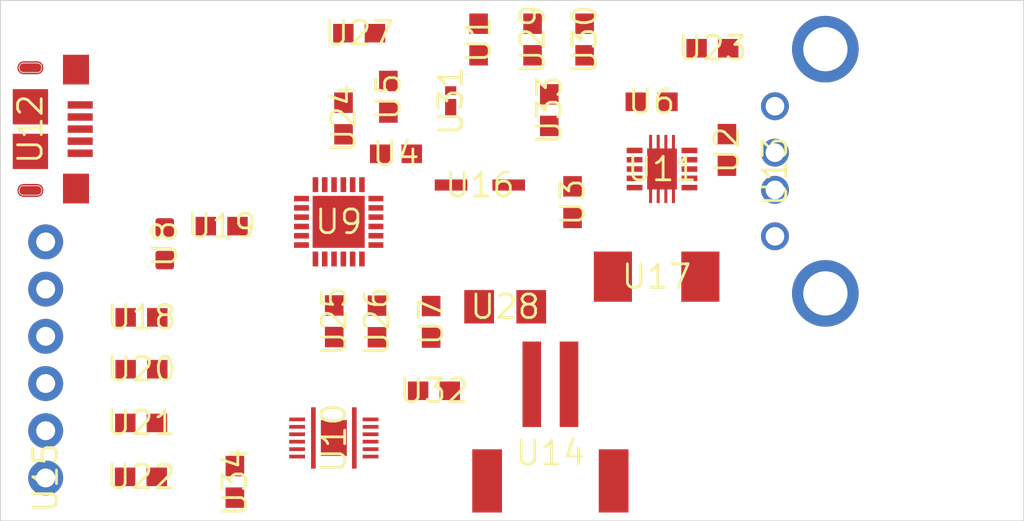
<source format=kicad_pcb>
(kicad_pcb (version 20241229) (generator "pcbnew") (generator_version "9.0")
  (layers (0 "F.Cu" signal "Top") (2 "B.Cu" signal "Bottom") (13 "F.Paste" user) (15 "B.Paste" user) (5 "F.SilkS" user "F.Silkscreen") (7 "B.SilkS" user "B.Silkscreen") (1 "F.Mask" user) (3 "B.Mask" user) (25 "Edge.Cuts" user))
  (net 0 "")
  (net 1 "GND")
  (net 2 "3.3V")
  (net 3 "5V")
  (net 4 "Net-(IC1-Pad24)")
  (net 5 "Net-(C4-Pad1)")
  (net 6 "/REG")
  (net 7 "Net-(C3-Pad2)")
  (net 8 "Net-(C3-Pad1)")
  (net 9 "/VBAT_MAIN")
  (net 10 "/VBAT_CELL")
  (net 11 "Net-(IC1-Pad12)")
  (net 12 "Net-(IC1-Pad11)")
  (net 13 "Net-(IC1-Pad10)")
  (net 14 "Net-(IC1-Pad9)")
  (net 15 "/CHG_INT")
  (net 16 "/SDA")
  (net 17 "/SCL")
  (net 18 "Net-(IC1-Pad4)")
  (net 19 "Net-(IC1-Pad3)")
  (net 20 "Net-(IC1-Pad2)")
  (net 21 "Net-(IC1-Pad1)")
  (net 22 "/FUEL_INT")
  (net 23 "Net-(IC2-Pad11)")
  (net 24 "Net-(IC2-Pad10)")
  (net 25 "Net-(IC2-Pad9)")
  (net 26 "Net-(IC2-Pad6)")
  (net 27 "Net-(C10-Pad1)")
  (net 28 "Net-(IC2-Pad4)")
  (net 29 "Net-(J1-PadID)")
  (net 30 "Net-(J2-Pad3)")
  (net 31 "Net-(J2-Pad2)")
  (net 32 "Net-(J3-PadNC2)")
  (net 33 "Net-(J3-PadNC1)")
  (net 34 "Net-(D2-PadC)")
  (net 35 "Net-(IC3-Pad8)")
  (net 36 "Net-(C7-Pad1)")
  (net 37 "Net-(IC3-Pad5)")
  (net 38 "Net-(IC3-Pad1)")
  (footprint "batteryCharger:0603" (layer "F.Cu") (at 160.0511 99.0436 90)
    (property "Reference" "U2" (at 0 0 90) (layer "F.SilkS") (effects (font (size 1.27 1.27))))
    (property "Value" "" (at 0 0 90) (layer "F.SilkS") (effects (font (size 1.27 1.27))))
    (pad "1" smd rect (at -0.85 0 90) (size 1.1 1) (layers "F.Cu" "F.Mask" "F.Paste") (net 3 "5V"))
    (pad "2" smd rect (at 0.85 0 90) (size 1.1 1) (layers "F.Cu" "F.Mask" "F.Paste") (net 1 "GND"))
  )
  (footprint "batteryCharger:0603" (layer "F.Cu") (at 151.7511 101.8536 -90)
    (property "Reference" "U3" (at 0 0 270) (layer "F.SilkS") (effects (font (size 1.27 1.27))))
    (property "Value" "" (at 0 0 270) (layer "F.SilkS") (effects (font (size 1.27 1.27))))
    (pad "1" smd rect (at -0.85 0 270) (size 1.1 1) (layers "F.Cu" "F.Mask" "F.Paste") (net 9 "/VBAT_MAIN"))
    (pad "2" smd rect (at 0.85 0 270) (size 1.1 1) (layers "F.Cu" "F.Mask" "F.Paste") (net 1 "GND"))
  )
  (footprint "batteryCharger:0603" (layer "F.Cu") (at 142.2611 99.2536 180)
    (property "Reference" "U4" (at 0 0 180) (layer "F.SilkS") (effects (font (size 1.27 1.27))))
    (property "Value" "" (at 0 0 180) (layer "F.SilkS") (effects (font (size 1.27 1.27))))
    (pad "1" smd rect (at -0.85 0 180) (size 1.1 1) (layers "F.Cu" "F.Mask" "F.Paste") (net 8 "Net-(C3-Pad1)"))
    (pad "2" smd rect (at 0.85 0 180) (size 1.1 1) (layers "F.Cu" "F.Mask" "F.Paste") (net 7 "Net-(C3-Pad2)"))
  )
  (footprint "batteryCharger:0603" (layer "F.Cu") (at 141.8511 96.1836 90)
    (property "Reference" "U5" (at 0 0 90) (layer "F.SilkS") (effects (font (size 1.27 1.27))))
    (property "Value" "" (at 0 0 90) (layer "F.SilkS") (effects (font (size 1.27 1.27))))
    (pad "1" smd rect (at -0.85 0 90) (size 1.1 1) (layers "F.Cu" "F.Mask" "F.Paste") (net 6 "/REG"))
    (pad "2" smd rect (at 0.85 0 90) (size 1.1 1) (layers "F.Cu" "F.Mask" "F.Paste") (net 1 "GND"))
  )
  (footprint "batteryCharger:0603" (layer "F.Cu") (at 156.0011 96.4536)
    (property "Reference" "U6" (at 0 0 0) (layer "F.SilkS") (effects (font (size 1.27 1.27))))
    (property "Value" "" (at 0 0 0) (layer "F.SilkS") (effects (font (size 1.27 1.27))))
    (pad "1" smd rect (at -0.85 0) (size 1.1 1) (layers "F.Cu" "F.Mask" "F.Paste") (net 36 "Net-(C7-Pad1)"))
    (pad "2" smd rect (at 0.85 0) (size 1.1 1) (layers "F.Cu" "F.Mask" "F.Paste") (net 1 "GND"))
  )
  (footprint "batteryCharger:0603" (layer "F.Cu") (at 144.1511 108.2936 -90)
    (property "Reference" "U7" (at 0 0 270) (layer "F.SilkS") (effects (font (size 1.27 1.27))))
    (property "Value" "" (at 0 0 270) (layer "F.SilkS") (effects (font (size 1.27 1.27))))
    (pad "1" smd rect (at -0.85 0 270) (size 1.1 1) (layers "F.Cu" "F.Mask" "F.Paste") (net 10 "/VBAT_CELL"))
    (pad "2" smd rect (at 0.85 0 270) (size 1.1 1) (layers "F.Cu" "F.Mask" "F.Paste") (net 1 "GND"))
  )
  (footprint "batteryCharger:LED-0603" (layer "F.Cu") (at 129.8311 104.0936 90)
    (property "Reference" "U8" (at 0 0 90) (layer "F.SilkS") (effects (font (size 1.27 1.27))))
    (property "Value" "" (at 0 0 90) (layer "F.SilkS") (effects (font (size 1.27 1.27))))
    (pad "A" smd roundrect (at -0.877 0) (size 1 1) (layers "F.Cu" "F.Mask" "F.Paste") (roundrect_rratio 0.15) (net 9 "/VBAT_MAIN"))
    (pad "C" smd roundrect (at 0.877 0) (size 1 1) (layers "F.Cu" "F.Mask" "F.Paste") (roundrect_rratio 0.15) (net 34 "Net-(D2-PadC)"))
  )
  (footprint "batteryCharger:QFN50P400X400X100-25N" (layer "F.Cu") (at 139.1811 102.9136)
    (property "Reference" "U9" (at 0 0 0) (layer "F.SilkS") (effects (font (size 1.27 1.27))))
    (property "Value" "" (at 0 0 0) (layer "F.SilkS") (effects (font (size 1.27 1.27))))
    (pad "1" smd rect (at -2 -1.25) (size 0.8 0.3) (layers "F.Cu" "F.Mask" "F.Paste") (net 21 "Net-(IC1-Pad1)"))
    (pad "2" smd rect (at -2 -0.75) (size 0.8 0.3) (layers "F.Cu" "F.Mask" "F.Paste") (net 20 "Net-(IC1-Pad2)"))
    (pad "3" smd rect (at -2 -0.25) (size 0.8 0.3) (layers "F.Cu" "F.Mask" "F.Paste") (net 19 "Net-(IC1-Pad3)"))
    (pad "4" smd rect (at -2 0.25) (size 0.8 0.3) (layers "F.Cu" "F.Mask" "F.Paste") (net 18 "Net-(IC1-Pad4)"))
    (pad "5" smd rect (at -2 0.75) (size 0.8 0.3) (layers "F.Cu" "F.Mask" "F.Paste") (net 17 "/SCL"))
    (pad "6" smd rect (at -2 1.25) (size 0.8 0.3) (layers "F.Cu" "F.Mask" "F.Paste") (net 16 "/SDA"))
    (pad "7" smd rect (at -1.25 2 90) (size 0.8 0.3) (layers "F.Cu" "F.Mask" "F.Paste") (net 15 "/CHG_INT"))
    (pad "8" smd rect (at -0.75 2 90) (size 0.8 0.3) (layers "F.Cu" "F.Mask" "F.Paste") (net 9 "/VBAT_MAIN"))
    (pad "9" smd rect (at -0.25 2 90) (size 0.8 0.3) (layers "F.Cu" "F.Mask" "F.Paste") (net 14 "Net-(IC1-Pad9)"))
    (pad "10" smd rect (at 0.25 2 90) (size 0.8 0.3) (layers "F.Cu" "F.Mask" "F.Paste") (net 13 "Net-(IC1-Pad10)"))
    (pad "11" smd rect (at 0.75 2 90) (size 0.8 0.3) (layers "F.Cu" "F.Mask" "F.Paste") (net 12 "Net-(IC1-Pad11)"))
    (pad "12" smd rect (at 1.25 2 90) (size 0.8 0.3) (layers "F.Cu" "F.Mask" "F.Paste") (net 11 "Net-(IC1-Pad12)"))
    (pad "13" smd rect (at 2 1.25) (size 0.8 0.3) (layers "F.Cu" "F.Mask" "F.Paste") (net 10 "/VBAT_CELL"))
    (pad "14" smd rect (at 2 0.75) (size 0.8 0.3) (layers "F.Cu" "F.Mask" "F.Paste") (net 10 "/VBAT_CELL"))
    (pad "15" smd rect (at 2 0.25) (size 0.8 0.3) (layers "F.Cu" "F.Mask" "F.Paste") (net 9 "/VBAT_MAIN"))
    (pad "16" smd rect (at 2 -0.25) (size 0.8 0.3) (layers "F.Cu" "F.Mask" "F.Paste") (net 9 "/VBAT_MAIN"))
    (pad "17" smd rect (at 2 -0.75) (size 0.8 0.3) (layers "F.Cu" "F.Mask" "F.Paste") (net 1 "GND"))
    (pad "18" smd rect (at 2 -1.25) (size 0.8 0.3) (layers "F.Cu" "F.Mask" "F.Paste") (net 1 "GND"))
    (pad "19" smd rect (at 1.25 -2 90) (size 0.8 0.3) (layers "F.Cu" "F.Mask" "F.Paste") (net 8 "Net-(C3-Pad1)"))
    (pad "20" smd rect (at 0.75 -2 90) (size 0.8 0.3) (layers "F.Cu" "F.Mask" "F.Paste") (net 8 "Net-(C3-Pad1)"))
    (pad "21" smd rect (at 0.25 -2 90) (size 0.8 0.3) (layers "F.Cu" "F.Mask" "F.Paste") (net 7 "Net-(C3-Pad2)"))
    (pad "22" smd rect (at -0.25 -2 90) (size 0.8 0.3) (layers "F.Cu" "F.Mask" "F.Paste") (net 6 "/REG"))
    (pad "23" smd rect (at -0.75 -2 90) (size 0.8 0.3) (layers "F.Cu" "F.Mask" "F.Paste") (net 5 "Net-(C4-Pad1)"))
    (pad "24" smd rect (at -1.25 -2 90) (size 0.8 0.3) (layers "F.Cu" "F.Mask" "F.Paste") (net 4 "Net-(IC1-Pad24)"))
    (pad "25" smd rect (at 0 0 90) (size 2.8 2.8) (layers "F.Cu" "F.Mask" "F.Paste") (net 1 "GND"))
  )
  (footprint "batteryCharger:BQ27441DRZRG1A" (layer "F.Cu") (at 138.9211 114.5436 -90)
    (property "Reference" "U10" (at 0 0 270) (layer "F.SilkS") (effects (font (size 1.27 1.27))))
    (property "Value" "" (at 0 0 270) (layer "F.SilkS") (effects (font (size 1.27 1.27))))
    (pad "1" smd rect (at -1 1.975) (size 0.85 0.2) (layers "F.Cu" "F.Mask" "F.Paste") (net 16 "/SDA"))
    (pad "2" smd rect (at -0.6 1.975) (size 0.85 0.2) (layers "F.Cu" "F.Mask" "F.Paste") (net 17 "/SCL"))
    (pad "3" smd rect (at -0.2 1.975) (size 0.85 0.2) (layers "F.Cu" "F.Mask" "F.Paste") (net 1 "GND"))
    (pad "4" smd rect (at 0.2 1.975) (size 0.85 0.2) (layers "F.Cu" "F.Mask" "F.Paste") (net 28 "Net-(IC2-Pad4)"))
    (pad "5" smd rect (at 0.6 1.975) (size 0.85 0.2) (layers "F.Cu" "F.Mask" "F.Paste") (net 27 "Net-(C10-Pad1)"))
    (pad "6" smd rect (at 1 1.975) (size 0.85 0.2) (layers "F.Cu" "F.Mask" "F.Paste") (net 26 "Net-(IC2-Pad6)"))
    (pad "7" smd rect (at 1 -1.975) (size 0.85 0.2) (layers "F.Cu" "F.Mask" "F.Paste") (net 10 "/VBAT_CELL"))
    (pad "8" smd rect (at 0.6 -1.975) (size 0.85 0.2) (layers "F.Cu" "F.Mask" "F.Paste") (net 26 "Net-(IC2-Pad6)"))
    (pad "9" smd rect (at 0.2 -1.975) (size 0.85 0.2) (layers "F.Cu" "F.Mask" "F.Paste") (net 25 "Net-(IC2-Pad9)"))
    (pad "10" smd rect (at -0.2 -1.975) (size 0.85 0.2) (layers "F.Cu" "F.Mask" "F.Paste") (net 24 "Net-(IC2-Pad10)"))
    (pad "11" smd rect (at -0.6 -1.975) (size 0.85 0.2) (layers "F.Cu" "F.Mask" "F.Paste") (net 23 "Net-(IC2-Pad11)"))
    (pad "12" smd rect (at -1 -1.975) (size 0.85 0.2) (layers "F.Cu" "F.Mask" "F.Paste") (net 22 "/FUEL_INT"))
    (pad "13" smd custom (at 0 0) (size 1.397 1.9304) (layers "F.Cu" "F.Mask" "F.Paste") (net 1 "GND") (options (clearance outline) (anchor rect)) (primitives))
    (pad "14" smd rect (at 0 -1.1 270) (size 3.3 0.25) (layers "F.Cu" "F.Mask" "F.Paste"))
    (pad "15" smd rect (at 0 1.1 270) (size 3.3 0.25) (layers "F.Cu" "F.Mask" "F.Paste"))
  )
  (footprint "batteryCharger:SON50P300X300X100-11N" (layer "F.Cu") (at 156.5611 100.0736 180)
    (property "Reference" "U11" (at 0 0 180) (layer "F.SilkS") (effects (font (size 1.27 1.27))))
    (property "Value" "" (at 0 0 180) (layer "F.SilkS") (effects (font (size 1.27 1.27))))
    (pad "1" smd rect (at -1.475 -1 180) (size 0.85 0.2968) (layers "F.Cu" "F.Mask") (net 38 "Net-(IC3-Pad1)"))
    (pad "2" smd rect (at -1.475 -0.5 180) (size 0.85 0.2968) (layers "F.Cu" "F.Mask") (net 38 "Net-(IC3-Pad1)"))
    (pad "3" smd rect (at -1.475 0 180) (size 0.85 0.2968) (layers "F.Cu" "F.Mask") (net 3 "5V"))
    (pad "4" smd rect (at -1.475 0.5 180) (size 0.85 0.2968) (layers "F.Cu" "F.Mask") (net 3 "5V"))
    (pad "5" smd rect (at -1.475 1 180) (size 0.85 0.2968) (layers "F.Cu" "F.Mask") (net 37 "Net-(IC3-Pad5)"))
    (pad "6" smd rect (at 1.475 1 180) (size 0.85 0.2968) (layers "F.Cu" "F.Mask") (net 36 "Net-(C7-Pad1)"))
    (pad "7" smd rect (at 1.475 0.5 180) (size 0.85 0.2968) (layers "F.Cu" "F.Mask") (net 3 "5V"))
    (pad "8" smd rect (at 1.475 0 180) (size 0.85 0.2968) (layers "F.Cu" "F.Mask") (net 35 "Net-(IC3-Pad8)"))
    (pad "9" smd rect (at 1.475 -0.5 180) (size 0.85 0.2968) (layers "F.Cu" "F.Mask") (net 9 "/VBAT_MAIN"))
    (pad "10" smd rect (at 1.475 -1 180) (size 0.85 0.2968) (layers "F.Cu" "F.Mask") (net 9 "/VBAT_MAIN"))
    (pad "GND@1" smd rect (at -0.615 -1.45 180) (size 0.16 0.762) (layers "F.Cu" "F.Mask" "F.Paste") (net 1 "GND"))
    (pad "GND@2" smd rect (at -0.205 -1.45 180) (size 0.16 0.762) (layers "F.Cu" "F.Mask" "F.Paste") (net 1 "GND"))
    (pad "GND@3" smd rect (at 0.205 -1.45 180) (size 0.16 0.762) (layers "F.Cu" "F.Mask" "F.Paste") (net 1 "GND"))
    (pad "GND@4" smd rect (at 0.615 -1.45 180) (size 0.16 0.762) (layers "F.Cu" "F.Mask" "F.Paste") (net 1 "GND"))
    (pad "GND@5" smd rect (at -0.615 1.455 180) (size 0.16 0.762) (layers "F.Cu" "F.Mask" "F.Paste") (net 1 "GND"))
    (pad "GND@6" smd rect (at -0.205 1.455 180) (size 0.16 0.762) (layers "F.Cu" "F.Mask" "F.Paste") (net 1 "GND"))
    (pad "GND@7" smd rect (at 0.205 1.455 180) (size 0.16 0.762) (layers "F.Cu" "F.Mask" "F.Paste") (net 1 "GND"))
    (pad "GND@8" smd rect (at 0.615 1.455 180) (size 0.16 0.762) (layers "F.Cu" "F.Mask" "F.Paste") (net 1 "GND"))
    (pad "GND@9" smd rect (at 0 0.004 180) (size 1.6 2.2098) (layers "F.Cu" "F.Mask" "F.Paste") (net 1 "GND"))
  )
  (footprint "batteryCharger:10118193-0001LF" (layer "F.Cu") (at 122.6111 97.9236 -90)
    (property "Reference" "U12" (at 0 0 270) (layer "F.SilkS") (effects (font (size 1.27 1.27))))
    (property "Value" "" (at 0 0 270) (layer "F.SilkS") (effects (font (size 1.27 1.27))))
    (fp_poly (pts (xy -3.65 -0.4) (xy -3.65 0.4) (xy -3.593958 0.559151) (xy -3.465849 0.668958) (xy -3.3 0.7) (xy -3.134151 0.668958) (xy -3.006042 0.559151) (xy -2.95 0.4) (xy -2.95 -0.4) (xy -3.006042 -0.559151) (xy -3.134151 -0.668958) (xy -3.3 -0.7) (xy -3.465849 -0.668958) (xy -3.593958 -0.559151)) (fill yes) (layer "F.Cu"))
    (fp_poly (pts (xy 2.95 -0.4) (xy 2.95 0.4) (xy 3.006042 0.559151) (xy 3.134151 0.668958) (xy 3.3 0.7) (xy 3.465849 0.668958) (xy 3.593958 0.559151) (xy 3.65 0.4) (xy 3.65 -0.4) (xy 3.593958 -0.559151) (xy 3.465849 -0.668958) (xy 3.3 -0.7) (xy 3.134151 -0.668958) (xy 3.006042 -0.559151)) (fill yes) (layer "F.Cu"))
    (fp_line (start -3.55 0.4) (end -3.55 -0.4) (stroke (width 0.05)) (layer "Edge.Cuts"))
    (fp_line (start 3.05 0.4) (end 3.05 -0.4) (stroke (width 0.05)) (layer "Edge.Cuts"))
    (fp_line (start -3.05 -0.4) (end -3.05 0.4) (stroke (width 0.05)) (layer "Edge.Cuts"))
    (fp_line (start 3.55 -0.4) (end 3.55 0.4) (stroke (width 0.05)) (layer "Edge.Cuts"))
    (fp_arc (start -3.3 0.6) (mid -3.466421 0.551777) (end -3.55 0.4) (stroke (width 0.05)) (layer "Edge.Cuts"))
    (fp_arc (start 3.3 0.6) (mid 3.133579 0.551777) (end 3.05 0.4) (stroke (width 0.05)) (layer "Edge.Cuts"))
    (fp_arc (start -3.05 0.4) (mid -3.133579 0.551777) (end -3.3 0.6) (stroke (width 0.05)) (layer "Edge.Cuts"))
    (fp_arc (start 3.55 0.4) (mid 3.466421 0.551777) (end 3.3 0.6) (stroke (width 0.05)) (layer "Edge.Cuts"))
    (fp_arc (start -3.55 -0.4) (mid -3.466421 -0.551777) (end -3.3 -0.6) (stroke (width 0.05)) (layer "Edge.Cuts"))
    (fp_arc (start 3.05 -0.4) (mid 3.133579 -0.551777) (end 3.3 -0.6) (stroke (width 0.05)) (layer "Edge.Cuts"))
    (fp_arc (start -3.3 -0.6) (mid -3.133579 -0.551777) (end -3.05 -0.4) (stroke (width 0.05)) (layer "Edge.Cuts"))
    (fp_arc (start 3.3 -0.6) (mid 3.466421 -0.551777) (end 3.55 -0.4) (stroke (width 0.05)) (layer "Edge.Cuts"))
    (pad "D+" smd rect (at 0 -2.675 270) (size 0.4 1.35) (layers "F.Cu" "F.Mask" "F.Paste") (net 20 "Net-(IC1-Pad2)"))
    (pad "D-" smd rect (at -0.65 -2.675 270) (size 0.4 1.35) (layers "F.Cu" "F.Mask" "F.Paste") (net 19 "Net-(IC1-Pad3)"))
    (pad "GND" smd rect (at 1.3 -2.675 270) (size 0.4 1.35) (layers "F.Cu" "F.Mask" "F.Paste") (net 1 "GND"))
    (pad "ID" smd rect (at 0.65 -2.675 270) (size 0.4 1.35) (layers "F.Cu" "F.Mask" "F.Paste") (net 29 "Net-(J1-PadID)"))
    (pad "SHIELD$1" smd rect (at -3.2 -2.45 270) (size 1.6 1.4) (layers "F.Cu" "F.Mask" "F.Paste") (net 1 "GND"))
    (pad "SHIELD$2" smd rect (at 3.2 -2.45 270) (size 1.6 1.4) (layers "F.Cu" "F.Mask" "F.Paste") (net 1 "GND"))
    (pad "SHIELD$3" smd rect (at -1.2 0 270) (size 1.9 1.9) (layers "F.Cu" "F.Mask" "F.Paste") (net 1 "GND"))
    (pad "SHIELD$4" smd rect (at 1.2 0 270) (size 1.9 1.9) (layers "F.Cu" "F.Mask" "F.Paste") (net 1 "GND"))
    (pad "VCC" smd rect (at -1.3 -2.675 270) (size 0.4 1.35) (layers "F.Cu" "F.Mask" "F.Paste") (net 21 "Net-(IC1-Pad1)"))
  )
  (footprint "batteryCharger:UE27AC54100" (layer "F.Cu") (at 162.6311 100.1936 90)
    (property "Reference" "U13" (at 0 0 90) (layer "F.SilkS") (effects (font (size 1.27 1.27))))
    (property "Value" "" (at 0 0 90) (layer "F.SilkS") (effects (font (size 1.27 1.27))))
    (pad "1" thru_hole circle (at -3.5 0 90) (size 1.5 1.5) (drill 1) (layers "*.Cu" "*.Mask") (net 3 "5V"))
    (pad "2" thru_hole circle (at -1 0 90) (size 1.5 1.5) (drill 1) (layers "*.Cu" "*.Mask") (net 31 "Net-(J2-Pad2)"))
    (pad "3" thru_hole circle (at 1 0 90) (size 1.5 1.5) (drill 1) (layers "*.Cu" "*.Mask") (net 30 "Net-(J2-Pad3)"))
    (pad "4" thru_hole circle (at 3.5 0 90) (size 1.5 1.5) (drill 1) (layers "*.Cu" "*.Mask") (net 1 "GND"))
    (pad "5" thru_hole circle (at -6.57 2.71 90) (size 3.58 3.58) (drill 2.38) (layers "*.Cu" "*.Mask") (net 1 "GND"))
    (pad "6" thru_hole circle (at 6.57 2.71 90) (size 3.58 3.58) (drill 2.38) (layers "*.Cu" "*.Mask") (net 1 "GND"))
  )
  (footprint "batteryCharger:JST-2-SMD" (layer "F.Cu") (at 150.5611 115.3536 180)
    (property "Reference" "U14" (at 0 0 180) (layer "F.SilkS") (effects (font (size 1.27 1.27))))
    (property "Value" "" (at 0 0 180) (layer "F.SilkS") (effects (font (size 1.27 1.27))))
    (pad "1" smd rect (at -1 3.7 180) (size 1 4.6) (layers "F.Cu" "F.Mask" "F.Paste") (net 1 "GND"))
    (pad "2" smd rect (at 1 3.7 180) (size 1 4.6) (layers "F.Cu" "F.Mask" "F.Paste") (net 26 "Net-(IC2-Pad6)"))
    (pad "NC1" smd rect (at -3.4 -1.5 270) (size 3.4 1.6) (layers "F.Cu" "F.Mask" "F.Paste") (net 33 "Net-(J3-PadNC1)"))
    (pad "NC2" smd rect (at 3.4 -1.5 270) (size 3.4 1.6) (layers "F.Cu" "F.Mask" "F.Paste") (net 32 "Net-(J3-PadNC2)"))
  )
  (footprint "batteryCharger:1X06" (layer "F.Cu") (at 123.4311 116.6936 90)
    (property "Reference" "U15" (at 0 0 90) (layer "F.SilkS") (effects (font (size 1.27 1.27))))
    (property "Value" "" (at 0 0 90) (layer "F.SilkS") (effects (font (size 1.27 1.27))))
    (pad "1" thru_hole circle (at 0 0 180) (size 1.8796 1.8796) (drill 1.016) (layers "*.Cu" "*.Mask") (net 22 "/FUEL_INT"))
    (pad "2" thru_hole circle (at 2.54 0 180) (size 1.8796 1.8796) (drill 1.016) (layers "*.Cu" "*.Mask") (net 15 "/CHG_INT"))
    (pad "3" thru_hole circle (at 5.08 0 180) (size 1.8796 1.8796) (drill 1.016) (layers "*.Cu" "*.Mask") (net 16 "/SDA"))
    (pad "4" thru_hole circle (at 7.62 0 180) (size 1.8796 1.8796) (drill 1.016) (layers "*.Cu" "*.Mask") (net 17 "/SCL"))
    (pad "5" thru_hole circle (at 10.16 0 180) (size 1.8796 1.8796) (drill 1.016) (layers "*.Cu" "*.Mask") (net 2 "3.3V"))
    (pad "6" thru_hole circle (at 12.7 0 180) (size 1.8796 1.8796) (drill 1.016) (layers "*.Cu" "*.Mask") (net 1 "GND"))
  )
  (footprint "batteryCharger:INDPM3630X200N" (layer "F.Cu") (at 146.7711 100.9336)
    (property "Reference" "U16" (at 0 0 0) (layer "F.SilkS") (effects (font (size 1.27 1.27))))
    (property "Value" "" (at 0 0 0) (layer "F.SilkS") (effects (font (size 1.27 1.27))))
    (pad "1" smd rect (at -1.55 0) (size 1.75 0.6) (layers "F.Cu" "F.Mask" "F.Paste") (net 8 "Net-(C3-Pad1)"))
    (pad "2" smd rect (at 1.55 0) (size 1.75 0.6) (layers "F.Cu" "F.Mask" "F.Paste") (net 9 "/VBAT_MAIN"))
  )
  (footprint "batteryCharger:INDPM5552X200N" (layer "F.Cu") (at 156.2711 105.8636)
    (property "Reference" "U17" (at 0 0 0) (layer "F.SilkS") (effects (font (size 1.27 1.27))))
    (property "Value" "" (at 0 0 0) (layer "F.SilkS") (effects (font (size 1.27 1.27))))
    (pad "1" smd rect (at -2.35 0 90) (size 2.7 2.05) (layers "F.Cu" "F.Mask" "F.Paste") (net 9 "/VBAT_MAIN"))
    (pad "2" smd rect (at 2.35 0 90) (size 2.7 2.05) (layers "F.Cu" "F.Mask" "F.Paste") (net 38 "Net-(IC3-Pad1)"))
  )
  (footprint "batteryCharger:0603" (layer "F.Cu") (at 128.5811 108.0536)
    (property "Reference" "U18" (at 0 0 0) (layer "F.SilkS") (effects (font (size 1.27 1.27))))
    (property "Value" "" (at 0 0 0) (layer "F.SilkS") (effects (font (size 1.27 1.27))))
    (pad "1" smd rect (at -0.85 0) (size 1.1 1) (layers "F.Cu" "F.Mask" "F.Paste") (net 17 "/SCL"))
    (pad "2" smd rect (at 0.85 0) (size 1.1 1) (layers "F.Cu" "F.Mask" "F.Paste") (net 2 "3.3V"))
  )
  (footprint "batteryCharger:0603" (layer "F.Cu") (at 132.8911 103.1436)
    (property "Reference" "U19" (at 0 0 0) (layer "F.SilkS") (effects (font (size 1.27 1.27))))
    (property "Value" "" (at 0 0 0) (layer "F.SilkS") (effects (font (size 1.27 1.27))))
    (pad "1" smd rect (at -0.85 0) (size 1.1 1) (layers "F.Cu" "F.Mask" "F.Paste") (net 34 "Net-(D2-PadC)"))
    (pad "2" smd rect (at 0.85 0) (size 1.1 1) (layers "F.Cu" "F.Mask" "F.Paste") (net 18 "Net-(IC1-Pad4)"))
  )
  (footprint "batteryCharger:0603" (layer "F.Cu") (at 128.5811 110.8436)
    (property "Reference" "U20" (at 0 0 0) (layer "F.SilkS") (effects (font (size 1.27 1.27))))
    (property "Value" "" (at 0 0 0) (layer "F.SilkS") (effects (font (size 1.27 1.27))))
    (pad "1" smd rect (at -0.85 0) (size 1.1 1) (layers "F.Cu" "F.Mask" "F.Paste") (net 16 "/SDA"))
    (pad "2" smd rect (at 0.85 0) (size 1.1 1) (layers "F.Cu" "F.Mask" "F.Paste") (net 2 "3.3V"))
  )
  (footprint "batteryCharger:0603" (layer "F.Cu") (at 128.5611 113.7336)
    (property "Reference" "U21" (at 0 0 0) (layer "F.SilkS") (effects (font (size 1.27 1.27))))
    (property "Value" "" (at 0 0 0) (layer "F.SilkS") (effects (font (size 1.27 1.27))))
    (pad "1" smd rect (at -0.85 0) (size 1.1 1) (layers "F.Cu" "F.Mask" "F.Paste") (net 15 "/CHG_INT"))
    (pad "2" smd rect (at 0.85 0) (size 1.1 1) (layers "F.Cu" "F.Mask" "F.Paste") (net 2 "3.3V"))
  )
  (footprint "batteryCharger:0603" (layer "F.Cu") (at 128.5511 116.6336)
    (property "Reference" "U22" (at 0 0 0) (layer "F.SilkS") (effects (font (size 1.27 1.27))))
    (property "Value" "" (at 0 0 0) (layer "F.SilkS") (effects (font (size 1.27 1.27))))
    (pad "1" smd rect (at -0.85 0) (size 1.1 1) (layers "F.Cu" "F.Mask" "F.Paste") (net 22 "/FUEL_INT"))
    (pad "2" smd rect (at 0.85 0) (size 1.1 1) (layers "F.Cu" "F.Mask" "F.Paste") (net 2 "3.3V"))
  )
  (footprint "batteryCharger:0603" (layer "F.Cu") (at 159.2711 93.5736 180)
    (property "Reference" "U23" (at 0 0 180) (layer "F.SilkS") (effects (font (size 1.27 1.27))))
    (property "Value" "" (at 0 0 180) (layer "F.SilkS") (effects (font (size 1.27 1.27))))
    (pad "1" smd rect (at -0.85 0 180) (size 1.1 1) (layers "F.Cu" "F.Mask" "F.Paste") (net 3 "5V"))
    (pad "2" smd rect (at 0.85 0 180) (size 1.1 1) (layers "F.Cu" "F.Mask" "F.Paste") (net 37 "Net-(IC3-Pad5)"))
  )
  (footprint "batteryCharger:0603" (layer "F.Cu") (at 139.4411 97.3536 90)
    (property "Reference" "U24" (at 0 0 90) (layer "F.SilkS") (effects (font (size 1.27 1.27))))
    (property "Value" "" (at 0 0 90) (layer "F.SilkS") (effects (font (size 1.27 1.27))))
    (pad "1" smd rect (at -0.85 0 90) (size 1.1 1) (layers "F.Cu" "F.Mask" "F.Paste") (net 6 "/REG"))
    (pad "2" smd rect (at 0.85 0 90) (size 1.1 1) (layers "F.Cu" "F.Mask" "F.Paste") (net 12 "Net-(IC1-Pad11)"))
  )
  (footprint "batteryCharger:0603" (layer "F.Cu") (at 138.9411 108.2636 90)
    (property "Reference" "U25" (at 0 0 90) (layer "F.SilkS") (effects (font (size 1.27 1.27))))
    (property "Value" "" (at 0 0 90) (layer "F.SilkS") (effects (font (size 1.27 1.27))))
    (pad "1" smd rect (at -0.85 0 90) (size 1.1 1) (layers "F.Cu" "F.Mask" "F.Paste") (net 1 "GND"))
    (pad "2" smd rect (at 0.85 0 90) (size 1.1 1) (layers "F.Cu" "F.Mask" "F.Paste") (net 14 "Net-(IC1-Pad9)"))
  )
  (footprint "batteryCharger:0603" (layer "F.Cu") (at 141.2411 108.2736 90)
    (property "Reference" "U26" (at 0 0 90) (layer "F.SilkS") (effects (font (size 1.27 1.27))))
    (property "Value" "" (at 0 0 90) (layer "F.SilkS") (effects (font (size 1.27 1.27))))
    (pad "1" smd rect (at -0.85 0 90) (size 1.1 1) (layers "F.Cu" "F.Mask" "F.Paste") (net 1 "GND"))
    (pad "2" smd rect (at 0.85 0 90) (size 1.1 1) (layers "F.Cu" "F.Mask" "F.Paste") (net 13 "Net-(IC1-Pad10)"))
  )
  (footprint "batteryCharger:0603" (layer "F.Cu") (at 140.2811 92.7636 180)
    (property "Reference" "U27" (at 0 0 180) (layer "F.SilkS") (effects (font (size 1.27 1.27))))
    (property "Value" "" (at 0 0 180) (layer "F.SilkS") (effects (font (size 1.27 1.27))))
    (pad "1" smd rect (at -0.85 0 180) (size 1.1 1) (layers "F.Cu" "F.Mask" "F.Paste") (net 1 "GND"))
    (pad "2" smd rect (at 0.85 0 180) (size 1.1 1) (layers "F.Cu" "F.Mask" "F.Paste") (net 12 "Net-(IC1-Pad11)"))
  )
  (footprint "batteryCharger:1206" (layer "F.Cu") (at 148.1311 107.4836)
    (property "Reference" "U28" (at 0 0 0) (layer "F.SilkS") (effects (font (size 1.27 1.27))))
    (property "Value" "" (at 0 0 0) (layer "F.SilkS") (effects (font (size 1.27 1.27))))
    (pad "1" smd rect (at -1.4 0) (size 1.6 1.8) (layers "F.Cu" "F.Mask" "F.Paste") (net 10 "/VBAT_CELL"))
    (pad "2" smd rect (at 1.4 0) (size 1.6 1.8) (layers "F.Cu" "F.Mask" "F.Paste") (net 26 "Net-(IC2-Pad6)"))
  )
  (footprint "batteryCharger:0603" (layer "F.Cu") (at 146.7011 93.1036 90)
    (property "Reference" "U1" (at 0 0 90) (layer "F.SilkS") (effects (font (size 1.27 1.27))))
    (property "Value" "" (at 0 0 90) (layer "F.SilkS") (effects (font (size 1.27 1.27))))
    (pad "1" smd rect (at -0.85 0 90) (size 1.1 1) (layers "F.Cu" "F.Mask" "F.Paste") (net 5 "Net-(C4-Pad1)"))
    (pad "2" smd rect (at 0.85 0 90) (size 1.1 1) (layers "F.Cu" "F.Mask" "F.Paste") (net 1 "GND"))
  )
  (footprint "batteryCharger:0603" (layer "F.Cu") (at 149.6011 93.1036 90)
    (property "Reference" "U29" (at 0 0 90) (layer "F.SilkS") (effects (font (size 1.27 1.27))))
    (property "Value" "" (at 0 0 90) (layer "F.SilkS") (effects (font (size 1.27 1.27))))
    (pad "1" smd rect (at -0.85 0 90) (size 1.1 1) (layers "F.Cu" "F.Mask" "F.Paste") (net 5 "Net-(C4-Pad1)"))
    (pad "2" smd rect (at 0.85 0 90) (size 1.1 1) (layers "F.Cu" "F.Mask" "F.Paste") (net 1 "GND"))
  )
  (footprint "batteryCharger:0603" (layer "F.Cu") (at 152.4011 93.1036 90)
    (property "Reference" "U30" (at 0 0 90) (layer "F.SilkS") (effects (font (size 1.27 1.27))))
    (property "Value" "" (at 0 0 90) (layer "F.SilkS") (effects (font (size 1.27 1.27))))
    (pad "1" smd rect (at -0.85 0 90) (size 1.1 1) (layers "F.Cu" "F.Mask" "F.Paste") (net 5 "Net-(C4-Pad1)"))
    (pad "2" smd rect (at 0.85 0 90) (size 1.1 1) (layers "F.Cu" "F.Mask" "F.Paste") (net 1 "GND"))
  )
  (footprint "batteryCharger:DSN2_1" (layer "F.Cu") (at 145.2011 96.4036 -90)
    (property "Reference" "U31" (at 0 0 270) (layer "F.SilkS") (effects (font (size 1.27 1.27))))
    (property "Value" "" (at 0 0 270) (layer "F.SilkS") (effects (font (size 1.27 1.27))))
    (pad "1" smd rect (at -0.55 0) (size 0.6 0.47) (layers "F.Cu" "F.Mask" "F.Paste") (net 5 "Net-(C4-Pad1)"))
    (pad "2" smd rect (at 0.375 0 270) (size 0.95 0.6) (layers "F.Cu" "F.Mask" "F.Paste") (net 8 "Net-(C3-Pad1)"))
  )
  (footprint "batteryCharger:0603" (layer "F.Cu") (at 144.3011 112.0036)
    (property "Reference" "U32" (at 0 0 0) (layer "F.SilkS") (effects (font (size 1.27 1.27))))
    (property "Value" "" (at 0 0 0) (layer "F.SilkS") (effects (font (size 1.27 1.27))))
    (pad "1" smd rect (at -0.85 0) (size 1.1 1) (layers "F.Cu" "F.Mask" "F.Paste") (net 1 "GND"))
    (pad "2" smd rect (at 0.85 0) (size 1.1 1) (layers "F.Cu" "F.Mask" "F.Paste") (net 24 "Net-(IC2-Pad10)"))
  )
  (footprint "batteryCharger:0603" (layer "F.Cu") (at 150.5011 96.9036 -90)
    (property "Reference" "U33" (at 0 0 270) (layer "F.SilkS") (effects (font (size 1.27 1.27))))
    (property "Value" "" (at 0 0 270) (layer "F.SilkS") (effects (font (size 1.27 1.27))))
    (pad "1" smd rect (at -0.85 0 270) (size 1.1 1) (layers "F.Cu" "F.Mask" "F.Paste") (net 5 "Net-(C4-Pad1)"))
    (pad "2" smd rect (at 0.85 0 270) (size 1.1 1) (layers "F.Cu" "F.Mask" "F.Paste") (net 3 "5V"))
  )
  (footprint "batteryCharger:0603" (layer "F.Cu") (at 133.6011 116.9036 90)
    (property "Reference" "U34" (at 0 0 90) (layer "F.SilkS") (effects (font (size 1.27 1.27))))
    (property "Value" "" (at 0 0 90) (layer "F.SilkS") (effects (font (size 1.27 1.27))))
    (pad "1" smd rect (at -0.85 0 90) (size 1.1 1) (layers "F.Cu" "F.Mask" "F.Paste") (net 27 "Net-(C10-Pad1)"))
    (pad "2" smd rect (at 0.85 0 90) (size 1.1 1) (layers "F.Cu" "F.Mask" "F.Paste") (net 1 "GND"))
  )
  (gr_line (start 121.0011 119.0036) (end 176.0011 119.0036) (stroke (width 0.05)) (layer "Edge.Cuts"))
  (gr_line (start 176.0011 91.0036) (end 121.0011 91.0036) (stroke (width 0.05)) (layer "Edge.Cuts"))
  (gr_line (start 121.0011 91.0036) (end 121.0011 119.0036) (stroke (width 0.05)) (layer "Edge.Cuts"))
  (gr_line (start 176.0011 119.0036) (end 176.0011 91.0036) (stroke (width 0.05)) (layer "Edge.Cuts"))
)
</source>
